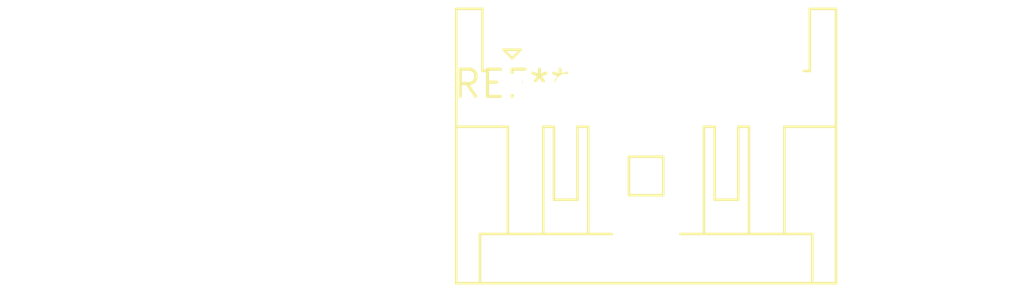
<source format=kicad_pcb>
(kicad_pcb (version 20240108) (generator pcbnew)
  (layers (0 "F.Cu" signal) (31 "B.Cu" signal) (34 "B.Paste" user) (35 "F.Paste" user) (36 "B.SilkS" user "B.Silkscreen") (37 "F.SilkS" user "F.Silkscreen") (38 "B.Mask" user) (39 "F.Mask" user) (44 "Edge.Cuts" user))
  (net 0 "")
  (footprint "JST_XA_S06B-XASK-1_1x06_P2.50mm_Horizontal" (layer "F.Cu") (at 0 0)
    (property "Reference" "REF**")
    (property "Value" "JST_XA_S06B-XASK-1_1x06_P2.50mm_Horizontal")
    (fp_line (start -2.61 -3.51) (end -2.61 9.31) (layer "F.SilkS") (stroke (width 0.12)))
    (fp_line (start -2.61 9.31) (end 15.11 9.31) (layer "F.SilkS") (stroke (width 0.12)))
    (fp_line (start -1.5 7.01) (end 4.65 7.01) (layer "F.SilkS") (stroke (width 0.12)))
    (fp_line (start -1.5 9.31) (end -1.5 7.01) (layer "F.SilkS") (stroke (width 0.12)))
    (fp_line (start -1.39 -3.51) (end -2.61 -3.51) (layer "F.SilkS") (stroke (width 0.12)))
    (fp_line (start -1.39 -0.61) (end -1.39 -3.51) (layer "F.SilkS") (stroke (width 0.12)))
    (fp_line (start -1.11 -0.61) (end -1.39 -0.61) (layer "F.SilkS") (stroke (width 0.12)))
    (fp_line (start -0.4 -1.6) (end 0.4 -1.6) (layer "F.SilkS") (stroke (width 0.12)))
    (fp_line (start -0.2 2) (end -2.61 2) (layer "F.SilkS") (stroke (width 0.12)))
    (fp_line (start -0.2 7.01) (end -0.2 2) (layer "F.SilkS") (stroke (width 0.12)))
    (fp_line (start 0 -1.2) (end -0.4 -1.6) (layer "F.SilkS") (stroke (width 0.12)))
    (fp_line (start 0.4 -1.6) (end 0 -1.2) (layer "F.SilkS") (stroke (width 0.12)))
    (fp_line (start 1.45 2) (end 1.45 7.01) (layer "F.SilkS") (stroke (width 0.12)))
    (fp_line (start 1.95 2) (end 1.45 2) (layer "F.SilkS") (stroke (width 0.12)))
    (fp_line (start 1.95 5.41) (end 1.95 2) (layer "F.SilkS") (stroke (width 0.12)))
    (fp_line (start 3.05 2) (end 3.05 5.41) (layer "F.SilkS") (stroke (width 0.12)))
    (fp_line (start 3.05 5.41) (end 1.95 5.41) (layer "F.SilkS") (stroke (width 0.12)))
    (fp_line (start 3.55 2) (end 3.05 2) (layer "F.SilkS") (stroke (width 0.12)))
    (fp_line (start 3.55 7.01) (end 3.55 2) (layer "F.SilkS") (stroke (width 0.12)))
    (fp_line (start 5.45 3.4) (end 7.05 3.4) (layer "F.SilkS") (stroke (width 0.12)))
    (fp_line (start 5.45 5.2) (end 5.45 3.4) (layer "F.SilkS") (stroke (width 0.12)))
    (fp_line (start 7.05 3.4) (end 7.05 5.2) (layer "F.SilkS") (stroke (width 0.12)))
    (fp_line (start 7.05 5.2) (end 5.45 5.2) (layer "F.SilkS") (stroke (width 0.12)))
    (fp_line (start 7.85 7.01) (end 14 7.01) (layer "F.SilkS") (stroke (width 0.12)))
    (fp_line (start 8.95 2) (end 9.45 2) (layer "F.SilkS") (stroke (width 0.12)))
    (fp_line (start 8.95 7.01) (end 8.95 2) (layer "F.SilkS") (stroke (width 0.12)))
    (fp_line (start 9.45 2) (end 9.45 5.41) (layer "F.SilkS") (stroke (width 0.12)))
    (fp_line (start 9.45 5.41) (end 10.55 5.41) (layer "F.SilkS") (stroke (width 0.12)))
    (fp_line (start 10.55 2) (end 11.05 2) (layer "F.SilkS") (stroke (width 0.12)))
    (fp_line (start 10.55 5.41) (end 10.55 2) (layer "F.SilkS") (stroke (width 0.12)))
    (fp_line (start 11.05 2) (end 11.05 7.01) (layer "F.SilkS") (stroke (width 0.12)))
    (fp_line (start 12.7 2) (end 15.11 2) (layer "F.SilkS") (stroke (width 0.12)))
    (fp_line (start 12.7 7.01) (end 12.7 2) (layer "F.SilkS") (stroke (width 0.12)))
    (fp_line (start 13.89 -3.51) (end 13.89 -0.61) (layer "F.SilkS") (stroke (width 0.12)))
    (fp_line (start 13.89 -0.61) (end 13.61 -0.61) (layer "F.SilkS") (stroke (width 0.12)))
    (fp_line (start 14 7.01) (end 14 9.31) (layer "F.SilkS") (stroke (width 0.12)))
    (fp_line (start 15.11 -3.51) (end 13.89 -3.51) (layer "F.SilkS") (stroke (width 0.12)))
    (fp_line (start 15.11 9.31) (end 15.11 -3.51) (layer "F.SilkS") (stroke (width 0.12)))
    (pad "" np_thru_hole oval (at 6.25 6.5) (size 2.8 2) (drill oval 2.8 2) (layers *.Cu *.Mask))
    (pad "1" thru_hole roundrect (at 0 0) (size 1.7 1.95) (drill 0.95) (layers *.Cu *.Mask) (remove_unused_layers) (roundrect_rratio 0.147059))
    (pad "2" thru_hole oval (at 2.5 0) (size 1.7 1.95) (drill 0.95) (layers *.Cu *.Mask) (remove_unused_layers))
    (pad "3" thru_hole oval (at 5 0) (size 1.7 1.95) (drill 0.95) (layers *.Cu *.Mask) (remove_unused_layers))
    (pad "4" thru_hole oval (at 7.5 0) (size 1.7 1.95) (drill 0.95) (layers *.Cu *.Mask) (remove_unused_layers))
    (pad "5" thru_hole oval (at 10 0) (size 1.7 1.95) (drill 0.95) (layers *.Cu *.Mask) (remove_unused_layers))
    (pad "6" thru_hole oval (at 12.5 0) (size 1.7 1.95) (drill 0.95) (layers *.Cu *.Mask) (remove_unused_layers))
  )
)
</source>
